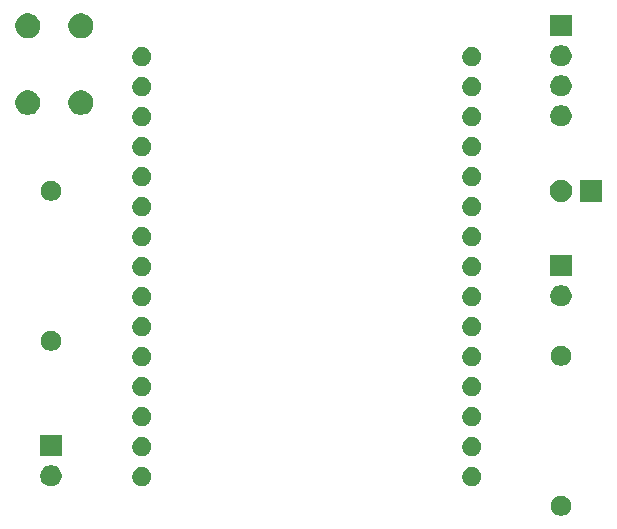
<source format=gbr>
G04 #@! TF.GenerationSoftware,KiCad,Pcbnew,5.1.5-52549c5~86~ubuntu18.04.1*
G04 #@! TF.CreationDate,2020-04-22T12:19:36+02:00*
G04 #@! TF.ProjectId,NODEMCU_PLACA_CENTRAL,4e4f4445-4d43-4555-9f50-4c4143415f43,rev?*
G04 #@! TF.SameCoordinates,Original*
G04 #@! TF.FileFunction,Soldermask,Top*
G04 #@! TF.FilePolarity,Negative*
%FSLAX46Y46*%
G04 Gerber Fmt 4.6, Leading zero omitted, Abs format (unit mm)*
G04 Created by KiCad (PCBNEW 5.1.5-52549c5~86~ubuntu18.04.1) date 2020-04-22 12:19:36*
%MOMM*%
%LPD*%
G04 APERTURE LIST*
%ADD10C,0.100000*%
G04 APERTURE END LIST*
D10*
G36*
X164078228Y-126181703D02*
G01*
X164233100Y-126245853D01*
X164372481Y-126338985D01*
X164491015Y-126457519D01*
X164584147Y-126596900D01*
X164648297Y-126751772D01*
X164681000Y-126916184D01*
X164681000Y-127083816D01*
X164648297Y-127248228D01*
X164584147Y-127403100D01*
X164491015Y-127542481D01*
X164372481Y-127661015D01*
X164233100Y-127754147D01*
X164078228Y-127818297D01*
X163913816Y-127851000D01*
X163746184Y-127851000D01*
X163581772Y-127818297D01*
X163426900Y-127754147D01*
X163287519Y-127661015D01*
X163168985Y-127542481D01*
X163075853Y-127403100D01*
X163011703Y-127248228D01*
X162979000Y-127083816D01*
X162979000Y-126916184D01*
X163011703Y-126751772D01*
X163075853Y-126596900D01*
X163168985Y-126457519D01*
X163287519Y-126338985D01*
X163426900Y-126245853D01*
X163581772Y-126181703D01*
X163746184Y-126149000D01*
X163913816Y-126149000D01*
X164078228Y-126181703D01*
G37*
G36*
X120763512Y-123563927D02*
G01*
X120912812Y-123593624D01*
X121076784Y-123661544D01*
X121224354Y-123760147D01*
X121349853Y-123885646D01*
X121448456Y-124033216D01*
X121516376Y-124197188D01*
X121551000Y-124371259D01*
X121551000Y-124548741D01*
X121516376Y-124722812D01*
X121448456Y-124886784D01*
X121349853Y-125034354D01*
X121224354Y-125159853D01*
X121076784Y-125258456D01*
X120912812Y-125326376D01*
X120763512Y-125356073D01*
X120738742Y-125361000D01*
X120561258Y-125361000D01*
X120536488Y-125356073D01*
X120387188Y-125326376D01*
X120223216Y-125258456D01*
X120075646Y-125159853D01*
X119950147Y-125034354D01*
X119851544Y-124886784D01*
X119783624Y-124722812D01*
X119749000Y-124548741D01*
X119749000Y-124371259D01*
X119783624Y-124197188D01*
X119851544Y-124033216D01*
X119950147Y-123885646D01*
X120075646Y-123760147D01*
X120223216Y-123661544D01*
X120387188Y-123593624D01*
X120536488Y-123563927D01*
X120561258Y-123559000D01*
X120738742Y-123559000D01*
X120763512Y-123563927D01*
G37*
G36*
X128582143Y-123753243D02*
G01*
X128730102Y-123814530D01*
X128863256Y-123903500D01*
X128976502Y-124016746D01*
X129065472Y-124149900D01*
X129126759Y-124297859D01*
X129158001Y-124454926D01*
X129158001Y-124615076D01*
X129126759Y-124772143D01*
X129065472Y-124920102D01*
X128976502Y-125053256D01*
X128863256Y-125166502D01*
X128730102Y-125255472D01*
X128582143Y-125316759D01*
X128425076Y-125348001D01*
X128264926Y-125348001D01*
X128107859Y-125316759D01*
X127959900Y-125255472D01*
X127826746Y-125166502D01*
X127713500Y-125053256D01*
X127624530Y-124920102D01*
X127563243Y-124772143D01*
X127532001Y-124615076D01*
X127532001Y-124454926D01*
X127563243Y-124297859D01*
X127624530Y-124149900D01*
X127713500Y-124016746D01*
X127826746Y-123903500D01*
X127959900Y-123814530D01*
X128107859Y-123753243D01*
X128264926Y-123722001D01*
X128425076Y-123722001D01*
X128582143Y-123753243D01*
G37*
G36*
X156522143Y-123753243D02*
G01*
X156670102Y-123814530D01*
X156803256Y-123903500D01*
X156916502Y-124016746D01*
X157005472Y-124149900D01*
X157066759Y-124297859D01*
X157098001Y-124454926D01*
X157098001Y-124615076D01*
X157066759Y-124772143D01*
X157005472Y-124920102D01*
X156916502Y-125053256D01*
X156803256Y-125166502D01*
X156670102Y-125255472D01*
X156522143Y-125316759D01*
X156365076Y-125348001D01*
X156204926Y-125348001D01*
X156047859Y-125316759D01*
X155899900Y-125255472D01*
X155766746Y-125166502D01*
X155653500Y-125053256D01*
X155564530Y-124920102D01*
X155503243Y-124772143D01*
X155472001Y-124615076D01*
X155472001Y-124454926D01*
X155503243Y-124297859D01*
X155564530Y-124149900D01*
X155653500Y-124016746D01*
X155766746Y-123903500D01*
X155899900Y-123814530D01*
X156047859Y-123753243D01*
X156204926Y-123722001D01*
X156365076Y-123722001D01*
X156522143Y-123753243D01*
G37*
G36*
X121551000Y-122821000D02*
G01*
X119749000Y-122821000D01*
X119749000Y-121019000D01*
X121551000Y-121019000D01*
X121551000Y-122821000D01*
G37*
G36*
X156522143Y-121213243D02*
G01*
X156670102Y-121274530D01*
X156803256Y-121363500D01*
X156916502Y-121476746D01*
X157005472Y-121609900D01*
X157066759Y-121757859D01*
X157098001Y-121914926D01*
X157098001Y-122075076D01*
X157066759Y-122232143D01*
X157005472Y-122380102D01*
X156916502Y-122513256D01*
X156803256Y-122626502D01*
X156670102Y-122715472D01*
X156522143Y-122776759D01*
X156365076Y-122808001D01*
X156204926Y-122808001D01*
X156047859Y-122776759D01*
X155899900Y-122715472D01*
X155766746Y-122626502D01*
X155653500Y-122513256D01*
X155564530Y-122380102D01*
X155503243Y-122232143D01*
X155472001Y-122075076D01*
X155472001Y-121914926D01*
X155503243Y-121757859D01*
X155564530Y-121609900D01*
X155653500Y-121476746D01*
X155766746Y-121363500D01*
X155899900Y-121274530D01*
X156047859Y-121213243D01*
X156204926Y-121182001D01*
X156365076Y-121182001D01*
X156522143Y-121213243D01*
G37*
G36*
X128582143Y-121213243D02*
G01*
X128730102Y-121274530D01*
X128863256Y-121363500D01*
X128976502Y-121476746D01*
X129065472Y-121609900D01*
X129126759Y-121757859D01*
X129158001Y-121914926D01*
X129158001Y-122075076D01*
X129126759Y-122232143D01*
X129065472Y-122380102D01*
X128976502Y-122513256D01*
X128863256Y-122626502D01*
X128730102Y-122715472D01*
X128582143Y-122776759D01*
X128425076Y-122808001D01*
X128264926Y-122808001D01*
X128107859Y-122776759D01*
X127959900Y-122715472D01*
X127826746Y-122626502D01*
X127713500Y-122513256D01*
X127624530Y-122380102D01*
X127563243Y-122232143D01*
X127532001Y-122075076D01*
X127532001Y-121914926D01*
X127563243Y-121757859D01*
X127624530Y-121609900D01*
X127713500Y-121476746D01*
X127826746Y-121363500D01*
X127959900Y-121274530D01*
X128107859Y-121213243D01*
X128264926Y-121182001D01*
X128425076Y-121182001D01*
X128582143Y-121213243D01*
G37*
G36*
X156522143Y-118673243D02*
G01*
X156670102Y-118734530D01*
X156803256Y-118823500D01*
X156916502Y-118936746D01*
X157005472Y-119069900D01*
X157066759Y-119217859D01*
X157098001Y-119374926D01*
X157098001Y-119535076D01*
X157066759Y-119692143D01*
X157005472Y-119840102D01*
X156916502Y-119973256D01*
X156803256Y-120086502D01*
X156670102Y-120175472D01*
X156522143Y-120236759D01*
X156365076Y-120268001D01*
X156204926Y-120268001D01*
X156047859Y-120236759D01*
X155899900Y-120175472D01*
X155766746Y-120086502D01*
X155653500Y-119973256D01*
X155564530Y-119840102D01*
X155503243Y-119692143D01*
X155472001Y-119535076D01*
X155472001Y-119374926D01*
X155503243Y-119217859D01*
X155564530Y-119069900D01*
X155653500Y-118936746D01*
X155766746Y-118823500D01*
X155899900Y-118734530D01*
X156047859Y-118673243D01*
X156204926Y-118642001D01*
X156365076Y-118642001D01*
X156522143Y-118673243D01*
G37*
G36*
X128582143Y-118673243D02*
G01*
X128730102Y-118734530D01*
X128863256Y-118823500D01*
X128976502Y-118936746D01*
X129065472Y-119069900D01*
X129126759Y-119217859D01*
X129158001Y-119374926D01*
X129158001Y-119535076D01*
X129126759Y-119692143D01*
X129065472Y-119840102D01*
X128976502Y-119973256D01*
X128863256Y-120086502D01*
X128730102Y-120175472D01*
X128582143Y-120236759D01*
X128425076Y-120268001D01*
X128264926Y-120268001D01*
X128107859Y-120236759D01*
X127959900Y-120175472D01*
X127826746Y-120086502D01*
X127713500Y-119973256D01*
X127624530Y-119840102D01*
X127563243Y-119692143D01*
X127532001Y-119535076D01*
X127532001Y-119374926D01*
X127563243Y-119217859D01*
X127624530Y-119069900D01*
X127713500Y-118936746D01*
X127826746Y-118823500D01*
X127959900Y-118734530D01*
X128107859Y-118673243D01*
X128264926Y-118642001D01*
X128425076Y-118642001D01*
X128582143Y-118673243D01*
G37*
G36*
X156522143Y-116133243D02*
G01*
X156670102Y-116194530D01*
X156803256Y-116283500D01*
X156916502Y-116396746D01*
X157005472Y-116529900D01*
X157066759Y-116677859D01*
X157098001Y-116834926D01*
X157098001Y-116995076D01*
X157066759Y-117152143D01*
X157005472Y-117300102D01*
X156916502Y-117433256D01*
X156803256Y-117546502D01*
X156670102Y-117635472D01*
X156522143Y-117696759D01*
X156365076Y-117728001D01*
X156204926Y-117728001D01*
X156047859Y-117696759D01*
X155899900Y-117635472D01*
X155766746Y-117546502D01*
X155653500Y-117433256D01*
X155564530Y-117300102D01*
X155503243Y-117152143D01*
X155472001Y-116995076D01*
X155472001Y-116834926D01*
X155503243Y-116677859D01*
X155564530Y-116529900D01*
X155653500Y-116396746D01*
X155766746Y-116283500D01*
X155899900Y-116194530D01*
X156047859Y-116133243D01*
X156204926Y-116102001D01*
X156365076Y-116102001D01*
X156522143Y-116133243D01*
G37*
G36*
X128582143Y-116133243D02*
G01*
X128730102Y-116194530D01*
X128863256Y-116283500D01*
X128976502Y-116396746D01*
X129065472Y-116529900D01*
X129126759Y-116677859D01*
X129158001Y-116834926D01*
X129158001Y-116995076D01*
X129126759Y-117152143D01*
X129065472Y-117300102D01*
X128976502Y-117433256D01*
X128863256Y-117546502D01*
X128730102Y-117635472D01*
X128582143Y-117696759D01*
X128425076Y-117728001D01*
X128264926Y-117728001D01*
X128107859Y-117696759D01*
X127959900Y-117635472D01*
X127826746Y-117546502D01*
X127713500Y-117433256D01*
X127624530Y-117300102D01*
X127563243Y-117152143D01*
X127532001Y-116995076D01*
X127532001Y-116834926D01*
X127563243Y-116677859D01*
X127624530Y-116529900D01*
X127713500Y-116396746D01*
X127826746Y-116283500D01*
X127959900Y-116194530D01*
X128107859Y-116133243D01*
X128264926Y-116102001D01*
X128425076Y-116102001D01*
X128582143Y-116133243D01*
G37*
G36*
X128582143Y-113593243D02*
G01*
X128730102Y-113654530D01*
X128863256Y-113743500D01*
X128976502Y-113856746D01*
X129065472Y-113989900D01*
X129126759Y-114137859D01*
X129158001Y-114294926D01*
X129158001Y-114455076D01*
X129126759Y-114612143D01*
X129065472Y-114760102D01*
X128976502Y-114893256D01*
X128863256Y-115006502D01*
X128730102Y-115095472D01*
X128582143Y-115156759D01*
X128425076Y-115188001D01*
X128264926Y-115188001D01*
X128107859Y-115156759D01*
X127959900Y-115095472D01*
X127826746Y-115006502D01*
X127713500Y-114893256D01*
X127624530Y-114760102D01*
X127563243Y-114612143D01*
X127532001Y-114455076D01*
X127532001Y-114294926D01*
X127563243Y-114137859D01*
X127624530Y-113989900D01*
X127713500Y-113856746D01*
X127826746Y-113743500D01*
X127959900Y-113654530D01*
X128107859Y-113593243D01*
X128264926Y-113562001D01*
X128425076Y-113562001D01*
X128582143Y-113593243D01*
G37*
G36*
X156522143Y-113593243D02*
G01*
X156670102Y-113654530D01*
X156803256Y-113743500D01*
X156916502Y-113856746D01*
X157005472Y-113989900D01*
X157066759Y-114137859D01*
X157098001Y-114294926D01*
X157098001Y-114455076D01*
X157066759Y-114612143D01*
X157005472Y-114760102D01*
X156916502Y-114893256D01*
X156803256Y-115006502D01*
X156670102Y-115095472D01*
X156522143Y-115156759D01*
X156365076Y-115188001D01*
X156204926Y-115188001D01*
X156047859Y-115156759D01*
X155899900Y-115095472D01*
X155766746Y-115006502D01*
X155653500Y-114893256D01*
X155564530Y-114760102D01*
X155503243Y-114612143D01*
X155472001Y-114455076D01*
X155472001Y-114294926D01*
X155503243Y-114137859D01*
X155564530Y-113989900D01*
X155653500Y-113856746D01*
X155766746Y-113743500D01*
X155899900Y-113654530D01*
X156047859Y-113593243D01*
X156204926Y-113562001D01*
X156365076Y-113562001D01*
X156522143Y-113593243D01*
G37*
G36*
X164078228Y-113481703D02*
G01*
X164233100Y-113545853D01*
X164372481Y-113638985D01*
X164491015Y-113757519D01*
X164584147Y-113896900D01*
X164648297Y-114051772D01*
X164681000Y-114216184D01*
X164681000Y-114383816D01*
X164648297Y-114548228D01*
X164584147Y-114703100D01*
X164491015Y-114842481D01*
X164372481Y-114961015D01*
X164233100Y-115054147D01*
X164078228Y-115118297D01*
X163913816Y-115151000D01*
X163746184Y-115151000D01*
X163581772Y-115118297D01*
X163426900Y-115054147D01*
X163287519Y-114961015D01*
X163168985Y-114842481D01*
X163075853Y-114703100D01*
X163011703Y-114548228D01*
X162979000Y-114383816D01*
X162979000Y-114216184D01*
X163011703Y-114051772D01*
X163075853Y-113896900D01*
X163168985Y-113757519D01*
X163287519Y-113638985D01*
X163426900Y-113545853D01*
X163581772Y-113481703D01*
X163746184Y-113449000D01*
X163913816Y-113449000D01*
X164078228Y-113481703D01*
G37*
G36*
X120898228Y-112211703D02*
G01*
X121053100Y-112275853D01*
X121192481Y-112368985D01*
X121311015Y-112487519D01*
X121404147Y-112626900D01*
X121468297Y-112781772D01*
X121501000Y-112946184D01*
X121501000Y-113113816D01*
X121468297Y-113278228D01*
X121404147Y-113433100D01*
X121311015Y-113572481D01*
X121192481Y-113691015D01*
X121053100Y-113784147D01*
X120898228Y-113848297D01*
X120733816Y-113881000D01*
X120566184Y-113881000D01*
X120401772Y-113848297D01*
X120246900Y-113784147D01*
X120107519Y-113691015D01*
X119988985Y-113572481D01*
X119895853Y-113433100D01*
X119831703Y-113278228D01*
X119799000Y-113113816D01*
X119799000Y-112946184D01*
X119831703Y-112781772D01*
X119895853Y-112626900D01*
X119988985Y-112487519D01*
X120107519Y-112368985D01*
X120246900Y-112275853D01*
X120401772Y-112211703D01*
X120566184Y-112179000D01*
X120733816Y-112179000D01*
X120898228Y-112211703D01*
G37*
G36*
X156522143Y-111053243D02*
G01*
X156670102Y-111114530D01*
X156803256Y-111203500D01*
X156916502Y-111316746D01*
X157005472Y-111449900D01*
X157066759Y-111597859D01*
X157098001Y-111754926D01*
X157098001Y-111915076D01*
X157066759Y-112072143D01*
X157005472Y-112220102D01*
X156916502Y-112353256D01*
X156803256Y-112466502D01*
X156670102Y-112555472D01*
X156522143Y-112616759D01*
X156365076Y-112648001D01*
X156204926Y-112648001D01*
X156047859Y-112616759D01*
X155899900Y-112555472D01*
X155766746Y-112466502D01*
X155653500Y-112353256D01*
X155564530Y-112220102D01*
X155503243Y-112072143D01*
X155472001Y-111915076D01*
X155472001Y-111754926D01*
X155503243Y-111597859D01*
X155564530Y-111449900D01*
X155653500Y-111316746D01*
X155766746Y-111203500D01*
X155899900Y-111114530D01*
X156047859Y-111053243D01*
X156204926Y-111022001D01*
X156365076Y-111022001D01*
X156522143Y-111053243D01*
G37*
G36*
X128582143Y-111053243D02*
G01*
X128730102Y-111114530D01*
X128863256Y-111203500D01*
X128976502Y-111316746D01*
X129065472Y-111449900D01*
X129126759Y-111597859D01*
X129158001Y-111754926D01*
X129158001Y-111915076D01*
X129126759Y-112072143D01*
X129065472Y-112220102D01*
X128976502Y-112353256D01*
X128863256Y-112466502D01*
X128730102Y-112555472D01*
X128582143Y-112616759D01*
X128425076Y-112648001D01*
X128264926Y-112648001D01*
X128107859Y-112616759D01*
X127959900Y-112555472D01*
X127826746Y-112466502D01*
X127713500Y-112353256D01*
X127624530Y-112220102D01*
X127563243Y-112072143D01*
X127532001Y-111915076D01*
X127532001Y-111754926D01*
X127563243Y-111597859D01*
X127624530Y-111449900D01*
X127713500Y-111316746D01*
X127826746Y-111203500D01*
X127959900Y-111114530D01*
X128107859Y-111053243D01*
X128264926Y-111022001D01*
X128425076Y-111022001D01*
X128582143Y-111053243D01*
G37*
G36*
X163943512Y-108323927D02*
G01*
X164092812Y-108353624D01*
X164256784Y-108421544D01*
X164404354Y-108520147D01*
X164529853Y-108645646D01*
X164628456Y-108793216D01*
X164696376Y-108957188D01*
X164731000Y-109131259D01*
X164731000Y-109308741D01*
X164696376Y-109482812D01*
X164628456Y-109646784D01*
X164529853Y-109794354D01*
X164404354Y-109919853D01*
X164256784Y-110018456D01*
X164092812Y-110086376D01*
X163943512Y-110116073D01*
X163918742Y-110121000D01*
X163741258Y-110121000D01*
X163716488Y-110116073D01*
X163567188Y-110086376D01*
X163403216Y-110018456D01*
X163255646Y-109919853D01*
X163130147Y-109794354D01*
X163031544Y-109646784D01*
X162963624Y-109482812D01*
X162929000Y-109308741D01*
X162929000Y-109131259D01*
X162963624Y-108957188D01*
X163031544Y-108793216D01*
X163130147Y-108645646D01*
X163255646Y-108520147D01*
X163403216Y-108421544D01*
X163567188Y-108353624D01*
X163716488Y-108323927D01*
X163741258Y-108319000D01*
X163918742Y-108319000D01*
X163943512Y-108323927D01*
G37*
G36*
X156522143Y-108513243D02*
G01*
X156670102Y-108574530D01*
X156803256Y-108663500D01*
X156916502Y-108776746D01*
X157005472Y-108909900D01*
X157066759Y-109057859D01*
X157098001Y-109214926D01*
X157098001Y-109375076D01*
X157066759Y-109532143D01*
X157005472Y-109680102D01*
X156916502Y-109813256D01*
X156803256Y-109926502D01*
X156670102Y-110015472D01*
X156522143Y-110076759D01*
X156365076Y-110108001D01*
X156204926Y-110108001D01*
X156047859Y-110076759D01*
X155899900Y-110015472D01*
X155766746Y-109926502D01*
X155653500Y-109813256D01*
X155564530Y-109680102D01*
X155503243Y-109532143D01*
X155472001Y-109375076D01*
X155472001Y-109214926D01*
X155503243Y-109057859D01*
X155564530Y-108909900D01*
X155653500Y-108776746D01*
X155766746Y-108663500D01*
X155899900Y-108574530D01*
X156047859Y-108513243D01*
X156204926Y-108482001D01*
X156365076Y-108482001D01*
X156522143Y-108513243D01*
G37*
G36*
X128582143Y-108513243D02*
G01*
X128730102Y-108574530D01*
X128863256Y-108663500D01*
X128976502Y-108776746D01*
X129065472Y-108909900D01*
X129126759Y-109057859D01*
X129158001Y-109214926D01*
X129158001Y-109375076D01*
X129126759Y-109532143D01*
X129065472Y-109680102D01*
X128976502Y-109813256D01*
X128863256Y-109926502D01*
X128730102Y-110015472D01*
X128582143Y-110076759D01*
X128425076Y-110108001D01*
X128264926Y-110108001D01*
X128107859Y-110076759D01*
X127959900Y-110015472D01*
X127826746Y-109926502D01*
X127713500Y-109813256D01*
X127624530Y-109680102D01*
X127563243Y-109532143D01*
X127532001Y-109375076D01*
X127532001Y-109214926D01*
X127563243Y-109057859D01*
X127624530Y-108909900D01*
X127713500Y-108776746D01*
X127826746Y-108663500D01*
X127959900Y-108574530D01*
X128107859Y-108513243D01*
X128264926Y-108482001D01*
X128425076Y-108482001D01*
X128582143Y-108513243D01*
G37*
G36*
X164731000Y-107581000D02*
G01*
X162929000Y-107581000D01*
X162929000Y-105779000D01*
X164731000Y-105779000D01*
X164731000Y-107581000D01*
G37*
G36*
X128582143Y-105973243D02*
G01*
X128730102Y-106034530D01*
X128863256Y-106123500D01*
X128976502Y-106236746D01*
X129065472Y-106369900D01*
X129126759Y-106517859D01*
X129158001Y-106674926D01*
X129158001Y-106835076D01*
X129126759Y-106992143D01*
X129065472Y-107140102D01*
X128976502Y-107273256D01*
X128863256Y-107386502D01*
X128730102Y-107475472D01*
X128582143Y-107536759D01*
X128425076Y-107568001D01*
X128264926Y-107568001D01*
X128107859Y-107536759D01*
X127959900Y-107475472D01*
X127826746Y-107386502D01*
X127713500Y-107273256D01*
X127624530Y-107140102D01*
X127563243Y-106992143D01*
X127532001Y-106835076D01*
X127532001Y-106674926D01*
X127563243Y-106517859D01*
X127624530Y-106369900D01*
X127713500Y-106236746D01*
X127826746Y-106123500D01*
X127959900Y-106034530D01*
X128107859Y-105973243D01*
X128264926Y-105942001D01*
X128425076Y-105942001D01*
X128582143Y-105973243D01*
G37*
G36*
X156522143Y-105973243D02*
G01*
X156670102Y-106034530D01*
X156803256Y-106123500D01*
X156916502Y-106236746D01*
X157005472Y-106369900D01*
X157066759Y-106517859D01*
X157098001Y-106674926D01*
X157098001Y-106835076D01*
X157066759Y-106992143D01*
X157005472Y-107140102D01*
X156916502Y-107273256D01*
X156803256Y-107386502D01*
X156670102Y-107475472D01*
X156522143Y-107536759D01*
X156365076Y-107568001D01*
X156204926Y-107568001D01*
X156047859Y-107536759D01*
X155899900Y-107475472D01*
X155766746Y-107386502D01*
X155653500Y-107273256D01*
X155564530Y-107140102D01*
X155503243Y-106992143D01*
X155472001Y-106835076D01*
X155472001Y-106674926D01*
X155503243Y-106517859D01*
X155564530Y-106369900D01*
X155653500Y-106236746D01*
X155766746Y-106123500D01*
X155899900Y-106034530D01*
X156047859Y-105973243D01*
X156204926Y-105942001D01*
X156365076Y-105942001D01*
X156522143Y-105973243D01*
G37*
G36*
X128582143Y-103433243D02*
G01*
X128730102Y-103494530D01*
X128863256Y-103583500D01*
X128976502Y-103696746D01*
X129065472Y-103829900D01*
X129126759Y-103977859D01*
X129158001Y-104134926D01*
X129158001Y-104295076D01*
X129126759Y-104452143D01*
X129065472Y-104600102D01*
X128976502Y-104733256D01*
X128863256Y-104846502D01*
X128730102Y-104935472D01*
X128582143Y-104996759D01*
X128425076Y-105028001D01*
X128264926Y-105028001D01*
X128107859Y-104996759D01*
X127959900Y-104935472D01*
X127826746Y-104846502D01*
X127713500Y-104733256D01*
X127624530Y-104600102D01*
X127563243Y-104452143D01*
X127532001Y-104295076D01*
X127532001Y-104134926D01*
X127563243Y-103977859D01*
X127624530Y-103829900D01*
X127713500Y-103696746D01*
X127826746Y-103583500D01*
X127959900Y-103494530D01*
X128107859Y-103433243D01*
X128264926Y-103402001D01*
X128425076Y-103402001D01*
X128582143Y-103433243D01*
G37*
G36*
X156522143Y-103433243D02*
G01*
X156670102Y-103494530D01*
X156803256Y-103583500D01*
X156916502Y-103696746D01*
X157005472Y-103829900D01*
X157066759Y-103977859D01*
X157098001Y-104134926D01*
X157098001Y-104295076D01*
X157066759Y-104452143D01*
X157005472Y-104600102D01*
X156916502Y-104733256D01*
X156803256Y-104846502D01*
X156670102Y-104935472D01*
X156522143Y-104996759D01*
X156365076Y-105028001D01*
X156204926Y-105028001D01*
X156047859Y-104996759D01*
X155899900Y-104935472D01*
X155766746Y-104846502D01*
X155653500Y-104733256D01*
X155564530Y-104600102D01*
X155503243Y-104452143D01*
X155472001Y-104295076D01*
X155472001Y-104134926D01*
X155503243Y-103977859D01*
X155564530Y-103829900D01*
X155653500Y-103696746D01*
X155766746Y-103583500D01*
X155899900Y-103494530D01*
X156047859Y-103433243D01*
X156204926Y-103402001D01*
X156365076Y-103402001D01*
X156522143Y-103433243D01*
G37*
G36*
X128582143Y-100893243D02*
G01*
X128730102Y-100954530D01*
X128863256Y-101043500D01*
X128976502Y-101156746D01*
X129065472Y-101289900D01*
X129126759Y-101437859D01*
X129158001Y-101594926D01*
X129158001Y-101755076D01*
X129126759Y-101912143D01*
X129065472Y-102060102D01*
X128976502Y-102193256D01*
X128863256Y-102306502D01*
X128730102Y-102395472D01*
X128582143Y-102456759D01*
X128425076Y-102488001D01*
X128264926Y-102488001D01*
X128107859Y-102456759D01*
X127959900Y-102395472D01*
X127826746Y-102306502D01*
X127713500Y-102193256D01*
X127624530Y-102060102D01*
X127563243Y-101912143D01*
X127532001Y-101755076D01*
X127532001Y-101594926D01*
X127563243Y-101437859D01*
X127624530Y-101289900D01*
X127713500Y-101156746D01*
X127826746Y-101043500D01*
X127959900Y-100954530D01*
X128107859Y-100893243D01*
X128264926Y-100862001D01*
X128425076Y-100862001D01*
X128582143Y-100893243D01*
G37*
G36*
X156522143Y-100893243D02*
G01*
X156670102Y-100954530D01*
X156803256Y-101043500D01*
X156916502Y-101156746D01*
X157005472Y-101289900D01*
X157066759Y-101437859D01*
X157098001Y-101594926D01*
X157098001Y-101755076D01*
X157066759Y-101912143D01*
X157005472Y-102060102D01*
X156916502Y-102193256D01*
X156803256Y-102306502D01*
X156670102Y-102395472D01*
X156522143Y-102456759D01*
X156365076Y-102488001D01*
X156204926Y-102488001D01*
X156047859Y-102456759D01*
X155899900Y-102395472D01*
X155766746Y-102306502D01*
X155653500Y-102193256D01*
X155564530Y-102060102D01*
X155503243Y-101912143D01*
X155472001Y-101755076D01*
X155472001Y-101594926D01*
X155503243Y-101437859D01*
X155564530Y-101289900D01*
X155653500Y-101156746D01*
X155766746Y-101043500D01*
X155899900Y-100954530D01*
X156047859Y-100893243D01*
X156204926Y-100862001D01*
X156365076Y-100862001D01*
X156522143Y-100893243D01*
G37*
G36*
X164107395Y-99415546D02*
G01*
X164280466Y-99487234D01*
X164280467Y-99487235D01*
X164436227Y-99591310D01*
X164568690Y-99723773D01*
X164611284Y-99787520D01*
X164672766Y-99879534D01*
X164744454Y-100052605D01*
X164781000Y-100236333D01*
X164781000Y-100423667D01*
X164744454Y-100607395D01*
X164672766Y-100780466D01*
X164672765Y-100780467D01*
X164568690Y-100936227D01*
X164436227Y-101068690D01*
X164413092Y-101084148D01*
X164280466Y-101172766D01*
X164107395Y-101244454D01*
X163923667Y-101281000D01*
X163736333Y-101281000D01*
X163552605Y-101244454D01*
X163379534Y-101172766D01*
X163246908Y-101084148D01*
X163223773Y-101068690D01*
X163091310Y-100936227D01*
X162987235Y-100780467D01*
X162987234Y-100780466D01*
X162915546Y-100607395D01*
X162879000Y-100423667D01*
X162879000Y-100236333D01*
X162915546Y-100052605D01*
X162987234Y-99879534D01*
X163048716Y-99787520D01*
X163091310Y-99723773D01*
X163223773Y-99591310D01*
X163379533Y-99487235D01*
X163379534Y-99487234D01*
X163552605Y-99415546D01*
X163736333Y-99379000D01*
X163923667Y-99379000D01*
X164107395Y-99415546D01*
G37*
G36*
X167321000Y-101281000D02*
G01*
X165419000Y-101281000D01*
X165419000Y-99379000D01*
X167321000Y-99379000D01*
X167321000Y-101281000D01*
G37*
G36*
X120898228Y-99511703D02*
G01*
X121053100Y-99575853D01*
X121192481Y-99668985D01*
X121311015Y-99787519D01*
X121404147Y-99926900D01*
X121468297Y-100081772D01*
X121501000Y-100246184D01*
X121501000Y-100413816D01*
X121468297Y-100578228D01*
X121404147Y-100733100D01*
X121311015Y-100872481D01*
X121192481Y-100991015D01*
X121053100Y-101084147D01*
X120898228Y-101148297D01*
X120733816Y-101181000D01*
X120566184Y-101181000D01*
X120401772Y-101148297D01*
X120246900Y-101084147D01*
X120107519Y-100991015D01*
X119988985Y-100872481D01*
X119895853Y-100733100D01*
X119831703Y-100578228D01*
X119799000Y-100413816D01*
X119799000Y-100246184D01*
X119831703Y-100081772D01*
X119895853Y-99926900D01*
X119988985Y-99787519D01*
X120107519Y-99668985D01*
X120246900Y-99575853D01*
X120401772Y-99511703D01*
X120566184Y-99479000D01*
X120733816Y-99479000D01*
X120898228Y-99511703D01*
G37*
G36*
X156522143Y-98353243D02*
G01*
X156670102Y-98414530D01*
X156803256Y-98503500D01*
X156916502Y-98616746D01*
X157005472Y-98749900D01*
X157066759Y-98897859D01*
X157098001Y-99054926D01*
X157098001Y-99215076D01*
X157066759Y-99372143D01*
X157005472Y-99520102D01*
X156916502Y-99653256D01*
X156803256Y-99766502D01*
X156670102Y-99855472D01*
X156522143Y-99916759D01*
X156365076Y-99948001D01*
X156204926Y-99948001D01*
X156047859Y-99916759D01*
X155899900Y-99855472D01*
X155766746Y-99766502D01*
X155653500Y-99653256D01*
X155564530Y-99520102D01*
X155503243Y-99372143D01*
X155472001Y-99215076D01*
X155472001Y-99054926D01*
X155503243Y-98897859D01*
X155564530Y-98749900D01*
X155653500Y-98616746D01*
X155766746Y-98503500D01*
X155899900Y-98414530D01*
X156047859Y-98353243D01*
X156204926Y-98322001D01*
X156365076Y-98322001D01*
X156522143Y-98353243D01*
G37*
G36*
X128582143Y-98353243D02*
G01*
X128730102Y-98414530D01*
X128863256Y-98503500D01*
X128976502Y-98616746D01*
X129065472Y-98749900D01*
X129126759Y-98897859D01*
X129158001Y-99054926D01*
X129158001Y-99215076D01*
X129126759Y-99372143D01*
X129065472Y-99520102D01*
X128976502Y-99653256D01*
X128863256Y-99766502D01*
X128730102Y-99855472D01*
X128582143Y-99916759D01*
X128425076Y-99948001D01*
X128264926Y-99948001D01*
X128107859Y-99916759D01*
X127959900Y-99855472D01*
X127826746Y-99766502D01*
X127713500Y-99653256D01*
X127624530Y-99520102D01*
X127563243Y-99372143D01*
X127532001Y-99215076D01*
X127532001Y-99054926D01*
X127563243Y-98897859D01*
X127624530Y-98749900D01*
X127713500Y-98616746D01*
X127826746Y-98503500D01*
X127959900Y-98414530D01*
X128107859Y-98353243D01*
X128264926Y-98322001D01*
X128425076Y-98322001D01*
X128582143Y-98353243D01*
G37*
G36*
X156522143Y-95813243D02*
G01*
X156670102Y-95874530D01*
X156803256Y-95963500D01*
X156916502Y-96076746D01*
X157005472Y-96209900D01*
X157066759Y-96357859D01*
X157098001Y-96514926D01*
X157098001Y-96675076D01*
X157066759Y-96832143D01*
X157005472Y-96980102D01*
X156916502Y-97113256D01*
X156803256Y-97226502D01*
X156670102Y-97315472D01*
X156522143Y-97376759D01*
X156365076Y-97408001D01*
X156204926Y-97408001D01*
X156047859Y-97376759D01*
X155899900Y-97315472D01*
X155766746Y-97226502D01*
X155653500Y-97113256D01*
X155564530Y-96980102D01*
X155503243Y-96832143D01*
X155472001Y-96675076D01*
X155472001Y-96514926D01*
X155503243Y-96357859D01*
X155564530Y-96209900D01*
X155653500Y-96076746D01*
X155766746Y-95963500D01*
X155899900Y-95874530D01*
X156047859Y-95813243D01*
X156204926Y-95782001D01*
X156365076Y-95782001D01*
X156522143Y-95813243D01*
G37*
G36*
X128582143Y-95813243D02*
G01*
X128730102Y-95874530D01*
X128863256Y-95963500D01*
X128976502Y-96076746D01*
X129065472Y-96209900D01*
X129126759Y-96357859D01*
X129158001Y-96514926D01*
X129158001Y-96675076D01*
X129126759Y-96832143D01*
X129065472Y-96980102D01*
X128976502Y-97113256D01*
X128863256Y-97226502D01*
X128730102Y-97315472D01*
X128582143Y-97376759D01*
X128425076Y-97408001D01*
X128264926Y-97408001D01*
X128107859Y-97376759D01*
X127959900Y-97315472D01*
X127826746Y-97226502D01*
X127713500Y-97113256D01*
X127624530Y-96980102D01*
X127563243Y-96832143D01*
X127532001Y-96675076D01*
X127532001Y-96514926D01*
X127563243Y-96357859D01*
X127624530Y-96209900D01*
X127713500Y-96076746D01*
X127826746Y-95963500D01*
X127959900Y-95874530D01*
X128107859Y-95813243D01*
X128264926Y-95782001D01*
X128425076Y-95782001D01*
X128582143Y-95813243D01*
G37*
G36*
X163943512Y-93083927D02*
G01*
X164092812Y-93113624D01*
X164256784Y-93181544D01*
X164404354Y-93280147D01*
X164529853Y-93405646D01*
X164628456Y-93553216D01*
X164696376Y-93717188D01*
X164731000Y-93891259D01*
X164731000Y-94068741D01*
X164696376Y-94242812D01*
X164628456Y-94406784D01*
X164529853Y-94554354D01*
X164404354Y-94679853D01*
X164256784Y-94778456D01*
X164092812Y-94846376D01*
X163943512Y-94876073D01*
X163918742Y-94881000D01*
X163741258Y-94881000D01*
X163716488Y-94876073D01*
X163567188Y-94846376D01*
X163403216Y-94778456D01*
X163255646Y-94679853D01*
X163130147Y-94554354D01*
X163031544Y-94406784D01*
X162963624Y-94242812D01*
X162929000Y-94068741D01*
X162929000Y-93891259D01*
X162963624Y-93717188D01*
X163031544Y-93553216D01*
X163130147Y-93405646D01*
X163255646Y-93280147D01*
X163403216Y-93181544D01*
X163567188Y-93113624D01*
X163716488Y-93083927D01*
X163741258Y-93079000D01*
X163918742Y-93079000D01*
X163943512Y-93083927D01*
G37*
G36*
X128582143Y-93273243D02*
G01*
X128730102Y-93334530D01*
X128863256Y-93423500D01*
X128976502Y-93536746D01*
X129065472Y-93669900D01*
X129126759Y-93817859D01*
X129158001Y-93974926D01*
X129158001Y-94135076D01*
X129126759Y-94292143D01*
X129065472Y-94440102D01*
X128976502Y-94573256D01*
X128863256Y-94686502D01*
X128730102Y-94775472D01*
X128582143Y-94836759D01*
X128425076Y-94868001D01*
X128264926Y-94868001D01*
X128107859Y-94836759D01*
X127959900Y-94775472D01*
X127826746Y-94686502D01*
X127713500Y-94573256D01*
X127624530Y-94440102D01*
X127563243Y-94292143D01*
X127532001Y-94135076D01*
X127532001Y-93974926D01*
X127563243Y-93817859D01*
X127624530Y-93669900D01*
X127713500Y-93536746D01*
X127826746Y-93423500D01*
X127959900Y-93334530D01*
X128107859Y-93273243D01*
X128264926Y-93242001D01*
X128425076Y-93242001D01*
X128582143Y-93273243D01*
G37*
G36*
X156522143Y-93273243D02*
G01*
X156670102Y-93334530D01*
X156803256Y-93423500D01*
X156916502Y-93536746D01*
X157005472Y-93669900D01*
X157066759Y-93817859D01*
X157098001Y-93974926D01*
X157098001Y-94135076D01*
X157066759Y-94292143D01*
X157005472Y-94440102D01*
X156916502Y-94573256D01*
X156803256Y-94686502D01*
X156670102Y-94775472D01*
X156522143Y-94836759D01*
X156365076Y-94868001D01*
X156204926Y-94868001D01*
X156047859Y-94836759D01*
X155899900Y-94775472D01*
X155766746Y-94686502D01*
X155653500Y-94573256D01*
X155564530Y-94440102D01*
X155503243Y-94292143D01*
X155472001Y-94135076D01*
X155472001Y-93974926D01*
X155503243Y-93817859D01*
X155564530Y-93669900D01*
X155653500Y-93536746D01*
X155766746Y-93423500D01*
X155899900Y-93334530D01*
X156047859Y-93273243D01*
X156204926Y-93242001D01*
X156365076Y-93242001D01*
X156522143Y-93273243D01*
G37*
G36*
X123496564Y-91849389D02*
G01*
X123618996Y-91900102D01*
X123687835Y-91928616D01*
X123816149Y-92014353D01*
X123859973Y-92043635D01*
X124006365Y-92190027D01*
X124121385Y-92362167D01*
X124200611Y-92553436D01*
X124241000Y-92756484D01*
X124241000Y-92963516D01*
X124200611Y-93166564D01*
X124153563Y-93280148D01*
X124121384Y-93357835D01*
X124006365Y-93529973D01*
X123859973Y-93676365D01*
X123687835Y-93791384D01*
X123687834Y-93791385D01*
X123687833Y-93791385D01*
X123496564Y-93870611D01*
X123293516Y-93911000D01*
X123086484Y-93911000D01*
X122883436Y-93870611D01*
X122692167Y-93791385D01*
X122692166Y-93791385D01*
X122692165Y-93791384D01*
X122520027Y-93676365D01*
X122373635Y-93529973D01*
X122258616Y-93357835D01*
X122226437Y-93280148D01*
X122179389Y-93166564D01*
X122139000Y-92963516D01*
X122139000Y-92756484D01*
X122179389Y-92553436D01*
X122258615Y-92362167D01*
X122373635Y-92190027D01*
X122520027Y-92043635D01*
X122563851Y-92014353D01*
X122692165Y-91928616D01*
X122761004Y-91900102D01*
X122883436Y-91849389D01*
X123086484Y-91809000D01*
X123293516Y-91809000D01*
X123496564Y-91849389D01*
G37*
G36*
X118996564Y-91849389D02*
G01*
X119118996Y-91900102D01*
X119187835Y-91928616D01*
X119316149Y-92014353D01*
X119359973Y-92043635D01*
X119506365Y-92190027D01*
X119621385Y-92362167D01*
X119700611Y-92553436D01*
X119741000Y-92756484D01*
X119741000Y-92963516D01*
X119700611Y-93166564D01*
X119653563Y-93280148D01*
X119621384Y-93357835D01*
X119506365Y-93529973D01*
X119359973Y-93676365D01*
X119187835Y-93791384D01*
X119187834Y-93791385D01*
X119187833Y-93791385D01*
X118996564Y-93870611D01*
X118793516Y-93911000D01*
X118586484Y-93911000D01*
X118383436Y-93870611D01*
X118192167Y-93791385D01*
X118192166Y-93791385D01*
X118192165Y-93791384D01*
X118020027Y-93676365D01*
X117873635Y-93529973D01*
X117758616Y-93357835D01*
X117726437Y-93280148D01*
X117679389Y-93166564D01*
X117639000Y-92963516D01*
X117639000Y-92756484D01*
X117679389Y-92553436D01*
X117758615Y-92362167D01*
X117873635Y-92190027D01*
X118020027Y-92043635D01*
X118063851Y-92014353D01*
X118192165Y-91928616D01*
X118261004Y-91900102D01*
X118383436Y-91849389D01*
X118586484Y-91809000D01*
X118793516Y-91809000D01*
X118996564Y-91849389D01*
G37*
G36*
X163943512Y-90543927D02*
G01*
X164092812Y-90573624D01*
X164256784Y-90641544D01*
X164404354Y-90740147D01*
X164529853Y-90865646D01*
X164628456Y-91013216D01*
X164696376Y-91177188D01*
X164731000Y-91351259D01*
X164731000Y-91528741D01*
X164696376Y-91702812D01*
X164628456Y-91866784D01*
X164529853Y-92014354D01*
X164404354Y-92139853D01*
X164256784Y-92238456D01*
X164092812Y-92306376D01*
X163943512Y-92336073D01*
X163918742Y-92341000D01*
X163741258Y-92341000D01*
X163716488Y-92336073D01*
X163567188Y-92306376D01*
X163403216Y-92238456D01*
X163255646Y-92139853D01*
X163130147Y-92014354D01*
X163031544Y-91866784D01*
X162963624Y-91702812D01*
X162929000Y-91528741D01*
X162929000Y-91351259D01*
X162963624Y-91177188D01*
X163031544Y-91013216D01*
X163130147Y-90865646D01*
X163255646Y-90740147D01*
X163403216Y-90641544D01*
X163567188Y-90573624D01*
X163716488Y-90543927D01*
X163741258Y-90539000D01*
X163918742Y-90539000D01*
X163943512Y-90543927D01*
G37*
G36*
X128582143Y-90733243D02*
G01*
X128730102Y-90794530D01*
X128863256Y-90883500D01*
X128976502Y-90996746D01*
X129065472Y-91129900D01*
X129126759Y-91277859D01*
X129158001Y-91434926D01*
X129158001Y-91595076D01*
X129126759Y-91752143D01*
X129065472Y-91900102D01*
X128976502Y-92033256D01*
X128863256Y-92146502D01*
X128730102Y-92235472D01*
X128582143Y-92296759D01*
X128425076Y-92328001D01*
X128264926Y-92328001D01*
X128107859Y-92296759D01*
X127959900Y-92235472D01*
X127826746Y-92146502D01*
X127713500Y-92033256D01*
X127624530Y-91900102D01*
X127563243Y-91752143D01*
X127532001Y-91595076D01*
X127532001Y-91434926D01*
X127563243Y-91277859D01*
X127624530Y-91129900D01*
X127713500Y-90996746D01*
X127826746Y-90883500D01*
X127959900Y-90794530D01*
X128107859Y-90733243D01*
X128264926Y-90702001D01*
X128425076Y-90702001D01*
X128582143Y-90733243D01*
G37*
G36*
X156522143Y-90733243D02*
G01*
X156670102Y-90794530D01*
X156803256Y-90883500D01*
X156916502Y-90996746D01*
X157005472Y-91129900D01*
X157066759Y-91277859D01*
X157098001Y-91434926D01*
X157098001Y-91595076D01*
X157066759Y-91752143D01*
X157005472Y-91900102D01*
X156916502Y-92033256D01*
X156803256Y-92146502D01*
X156670102Y-92235472D01*
X156522143Y-92296759D01*
X156365076Y-92328001D01*
X156204926Y-92328001D01*
X156047859Y-92296759D01*
X155899900Y-92235472D01*
X155766746Y-92146502D01*
X155653500Y-92033256D01*
X155564530Y-91900102D01*
X155503243Y-91752143D01*
X155472001Y-91595076D01*
X155472001Y-91434926D01*
X155503243Y-91277859D01*
X155564530Y-91129900D01*
X155653500Y-90996746D01*
X155766746Y-90883500D01*
X155899900Y-90794530D01*
X156047859Y-90733243D01*
X156204926Y-90702001D01*
X156365076Y-90702001D01*
X156522143Y-90733243D01*
G37*
G36*
X163943512Y-88003927D02*
G01*
X164092812Y-88033624D01*
X164256784Y-88101544D01*
X164404354Y-88200147D01*
X164529853Y-88325646D01*
X164628456Y-88473216D01*
X164696376Y-88637188D01*
X164731000Y-88811259D01*
X164731000Y-88988741D01*
X164696376Y-89162812D01*
X164628456Y-89326784D01*
X164529853Y-89474354D01*
X164404354Y-89599853D01*
X164256784Y-89698456D01*
X164092812Y-89766376D01*
X163943512Y-89796073D01*
X163918742Y-89801000D01*
X163741258Y-89801000D01*
X163716488Y-89796073D01*
X163567188Y-89766376D01*
X163403216Y-89698456D01*
X163255646Y-89599853D01*
X163130147Y-89474354D01*
X163031544Y-89326784D01*
X162963624Y-89162812D01*
X162929000Y-88988741D01*
X162929000Y-88811259D01*
X162963624Y-88637188D01*
X163031544Y-88473216D01*
X163130147Y-88325646D01*
X163255646Y-88200147D01*
X163403216Y-88101544D01*
X163567188Y-88033624D01*
X163716488Y-88003927D01*
X163741258Y-87999000D01*
X163918742Y-87999000D01*
X163943512Y-88003927D01*
G37*
G36*
X128582143Y-88193243D02*
G01*
X128730102Y-88254530D01*
X128863256Y-88343500D01*
X128976502Y-88456746D01*
X129065472Y-88589900D01*
X129126759Y-88737859D01*
X129158001Y-88894926D01*
X129158001Y-89055076D01*
X129126759Y-89212143D01*
X129065472Y-89360102D01*
X128976502Y-89493256D01*
X128863256Y-89606502D01*
X128730102Y-89695472D01*
X128582143Y-89756759D01*
X128425076Y-89788001D01*
X128264926Y-89788001D01*
X128107859Y-89756759D01*
X127959900Y-89695472D01*
X127826746Y-89606502D01*
X127713500Y-89493256D01*
X127624530Y-89360102D01*
X127563243Y-89212143D01*
X127532001Y-89055076D01*
X127532001Y-88894926D01*
X127563243Y-88737859D01*
X127624530Y-88589900D01*
X127713500Y-88456746D01*
X127826746Y-88343500D01*
X127959900Y-88254530D01*
X128107859Y-88193243D01*
X128264926Y-88162001D01*
X128425076Y-88162001D01*
X128582143Y-88193243D01*
G37*
G36*
X156522143Y-88193243D02*
G01*
X156670102Y-88254530D01*
X156803256Y-88343500D01*
X156916502Y-88456746D01*
X157005472Y-88589900D01*
X157066759Y-88737859D01*
X157098001Y-88894926D01*
X157098001Y-89055076D01*
X157066759Y-89212143D01*
X157005472Y-89360102D01*
X156916502Y-89493256D01*
X156803256Y-89606502D01*
X156670102Y-89695472D01*
X156522143Y-89756759D01*
X156365076Y-89788001D01*
X156204926Y-89788001D01*
X156047859Y-89756759D01*
X155899900Y-89695472D01*
X155766746Y-89606502D01*
X155653500Y-89493256D01*
X155564530Y-89360102D01*
X155503243Y-89212143D01*
X155472001Y-89055076D01*
X155472001Y-88894926D01*
X155503243Y-88737859D01*
X155564530Y-88589900D01*
X155653500Y-88456746D01*
X155766746Y-88343500D01*
X155899900Y-88254530D01*
X156047859Y-88193243D01*
X156204926Y-88162001D01*
X156365076Y-88162001D01*
X156522143Y-88193243D01*
G37*
G36*
X123496564Y-85349389D02*
G01*
X123687833Y-85428615D01*
X123687835Y-85428616D01*
X123859973Y-85543635D01*
X124006365Y-85690027D01*
X124121385Y-85862167D01*
X124200611Y-86053436D01*
X124241000Y-86256484D01*
X124241000Y-86463516D01*
X124200611Y-86666564D01*
X124121385Y-86857833D01*
X124121384Y-86857835D01*
X124006365Y-87029973D01*
X123859973Y-87176365D01*
X123687835Y-87291384D01*
X123687834Y-87291385D01*
X123687833Y-87291385D01*
X123496564Y-87370611D01*
X123293516Y-87411000D01*
X123086484Y-87411000D01*
X122883436Y-87370611D01*
X122692167Y-87291385D01*
X122692166Y-87291385D01*
X122692165Y-87291384D01*
X122520027Y-87176365D01*
X122373635Y-87029973D01*
X122258616Y-86857835D01*
X122258615Y-86857833D01*
X122179389Y-86666564D01*
X122139000Y-86463516D01*
X122139000Y-86256484D01*
X122179389Y-86053436D01*
X122258615Y-85862167D01*
X122373635Y-85690027D01*
X122520027Y-85543635D01*
X122692165Y-85428616D01*
X122692167Y-85428615D01*
X122883436Y-85349389D01*
X123086484Y-85309000D01*
X123293516Y-85309000D01*
X123496564Y-85349389D01*
G37*
G36*
X118996564Y-85349389D02*
G01*
X119187833Y-85428615D01*
X119187835Y-85428616D01*
X119359973Y-85543635D01*
X119506365Y-85690027D01*
X119621385Y-85862167D01*
X119700611Y-86053436D01*
X119741000Y-86256484D01*
X119741000Y-86463516D01*
X119700611Y-86666564D01*
X119621385Y-86857833D01*
X119621384Y-86857835D01*
X119506365Y-87029973D01*
X119359973Y-87176365D01*
X119187835Y-87291384D01*
X119187834Y-87291385D01*
X119187833Y-87291385D01*
X118996564Y-87370611D01*
X118793516Y-87411000D01*
X118586484Y-87411000D01*
X118383436Y-87370611D01*
X118192167Y-87291385D01*
X118192166Y-87291385D01*
X118192165Y-87291384D01*
X118020027Y-87176365D01*
X117873635Y-87029973D01*
X117758616Y-86857835D01*
X117758615Y-86857833D01*
X117679389Y-86666564D01*
X117639000Y-86463516D01*
X117639000Y-86256484D01*
X117679389Y-86053436D01*
X117758615Y-85862167D01*
X117873635Y-85690027D01*
X118020027Y-85543635D01*
X118192165Y-85428616D01*
X118192167Y-85428615D01*
X118383436Y-85349389D01*
X118586484Y-85309000D01*
X118793516Y-85309000D01*
X118996564Y-85349389D01*
G37*
G36*
X164731000Y-87261000D02*
G01*
X162929000Y-87261000D01*
X162929000Y-85459000D01*
X164731000Y-85459000D01*
X164731000Y-87261000D01*
G37*
M02*

</source>
